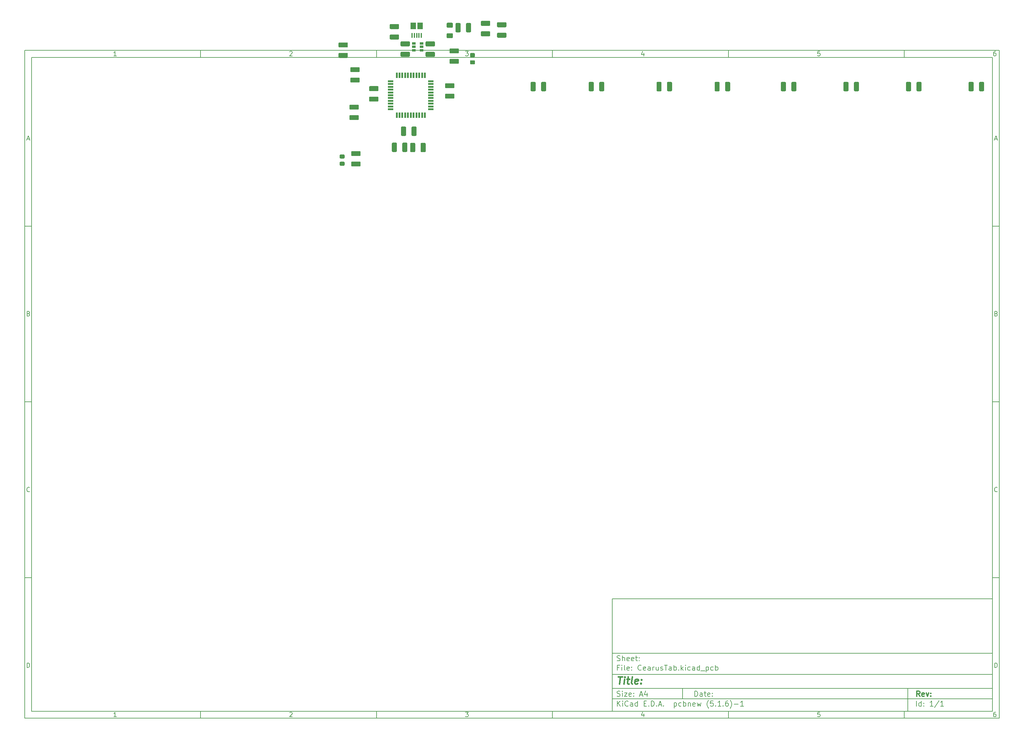
<source format=gbr>
%TF.GenerationSoftware,KiCad,Pcbnew,(5.1.6)-1*%
%TF.CreationDate,2021-02-12T14:30:02+03:00*%
%TF.ProjectId,CearusTab,43656172-7573-4546-9162-2e6b69636164,rev?*%
%TF.SameCoordinates,Original*%
%TF.FileFunction,Paste,Top*%
%TF.FilePolarity,Positive*%
%FSLAX46Y46*%
G04 Gerber Fmt 4.6, Leading zero omitted, Abs format (unit mm)*
G04 Created by KiCad (PCBNEW (5.1.6)-1) date 2021-02-12 14:30:02*
%MOMM*%
%LPD*%
G01*
G04 APERTURE LIST*
%ADD10C,0.100000*%
%ADD11C,0.150000*%
%ADD12C,0.300000*%
%ADD13C,0.400000*%
%ADD14R,1.500000X0.550000*%
%ADD15R,0.550000X1.500000*%
%ADD16R,1.060000X0.650000*%
%ADD17R,1.500000X1.900000*%
%ADD18R,0.400000X1.350000*%
G04 APERTURE END LIST*
D10*
D11*
X177002200Y-166007200D02*
X177002200Y-198007200D01*
X285002200Y-198007200D01*
X285002200Y-166007200D01*
X177002200Y-166007200D01*
D10*
D11*
X10000000Y-10000000D02*
X10000000Y-200007200D01*
X287002200Y-200007200D01*
X287002200Y-10000000D01*
X10000000Y-10000000D01*
D10*
D11*
X12000000Y-12000000D02*
X12000000Y-198007200D01*
X285002200Y-198007200D01*
X285002200Y-12000000D01*
X12000000Y-12000000D01*
D10*
D11*
X60000000Y-12000000D02*
X60000000Y-10000000D01*
D10*
D11*
X110000000Y-12000000D02*
X110000000Y-10000000D01*
D10*
D11*
X160000000Y-12000000D02*
X160000000Y-10000000D01*
D10*
D11*
X210000000Y-12000000D02*
X210000000Y-10000000D01*
D10*
D11*
X260000000Y-12000000D02*
X260000000Y-10000000D01*
D10*
D11*
X36065476Y-11588095D02*
X35322619Y-11588095D01*
X35694047Y-11588095D02*
X35694047Y-10288095D01*
X35570238Y-10473809D01*
X35446428Y-10597619D01*
X35322619Y-10659523D01*
D10*
D11*
X85322619Y-10411904D02*
X85384523Y-10350000D01*
X85508333Y-10288095D01*
X85817857Y-10288095D01*
X85941666Y-10350000D01*
X86003571Y-10411904D01*
X86065476Y-10535714D01*
X86065476Y-10659523D01*
X86003571Y-10845238D01*
X85260714Y-11588095D01*
X86065476Y-11588095D01*
D10*
D11*
X135260714Y-10288095D02*
X136065476Y-10288095D01*
X135632142Y-10783333D01*
X135817857Y-10783333D01*
X135941666Y-10845238D01*
X136003571Y-10907142D01*
X136065476Y-11030952D01*
X136065476Y-11340476D01*
X136003571Y-11464285D01*
X135941666Y-11526190D01*
X135817857Y-11588095D01*
X135446428Y-11588095D01*
X135322619Y-11526190D01*
X135260714Y-11464285D01*
D10*
D11*
X185941666Y-10721428D02*
X185941666Y-11588095D01*
X185632142Y-10226190D02*
X185322619Y-11154761D01*
X186127380Y-11154761D01*
D10*
D11*
X236003571Y-10288095D02*
X235384523Y-10288095D01*
X235322619Y-10907142D01*
X235384523Y-10845238D01*
X235508333Y-10783333D01*
X235817857Y-10783333D01*
X235941666Y-10845238D01*
X236003571Y-10907142D01*
X236065476Y-11030952D01*
X236065476Y-11340476D01*
X236003571Y-11464285D01*
X235941666Y-11526190D01*
X235817857Y-11588095D01*
X235508333Y-11588095D01*
X235384523Y-11526190D01*
X235322619Y-11464285D01*
D10*
D11*
X285941666Y-10288095D02*
X285694047Y-10288095D01*
X285570238Y-10350000D01*
X285508333Y-10411904D01*
X285384523Y-10597619D01*
X285322619Y-10845238D01*
X285322619Y-11340476D01*
X285384523Y-11464285D01*
X285446428Y-11526190D01*
X285570238Y-11588095D01*
X285817857Y-11588095D01*
X285941666Y-11526190D01*
X286003571Y-11464285D01*
X286065476Y-11340476D01*
X286065476Y-11030952D01*
X286003571Y-10907142D01*
X285941666Y-10845238D01*
X285817857Y-10783333D01*
X285570238Y-10783333D01*
X285446428Y-10845238D01*
X285384523Y-10907142D01*
X285322619Y-11030952D01*
D10*
D11*
X60000000Y-198007200D02*
X60000000Y-200007200D01*
D10*
D11*
X110000000Y-198007200D02*
X110000000Y-200007200D01*
D10*
D11*
X160000000Y-198007200D02*
X160000000Y-200007200D01*
D10*
D11*
X210000000Y-198007200D02*
X210000000Y-200007200D01*
D10*
D11*
X260000000Y-198007200D02*
X260000000Y-200007200D01*
D10*
D11*
X36065476Y-199595295D02*
X35322619Y-199595295D01*
X35694047Y-199595295D02*
X35694047Y-198295295D01*
X35570238Y-198481009D01*
X35446428Y-198604819D01*
X35322619Y-198666723D01*
D10*
D11*
X85322619Y-198419104D02*
X85384523Y-198357200D01*
X85508333Y-198295295D01*
X85817857Y-198295295D01*
X85941666Y-198357200D01*
X86003571Y-198419104D01*
X86065476Y-198542914D01*
X86065476Y-198666723D01*
X86003571Y-198852438D01*
X85260714Y-199595295D01*
X86065476Y-199595295D01*
D10*
D11*
X135260714Y-198295295D02*
X136065476Y-198295295D01*
X135632142Y-198790533D01*
X135817857Y-198790533D01*
X135941666Y-198852438D01*
X136003571Y-198914342D01*
X136065476Y-199038152D01*
X136065476Y-199347676D01*
X136003571Y-199471485D01*
X135941666Y-199533390D01*
X135817857Y-199595295D01*
X135446428Y-199595295D01*
X135322619Y-199533390D01*
X135260714Y-199471485D01*
D10*
D11*
X185941666Y-198728628D02*
X185941666Y-199595295D01*
X185632142Y-198233390D02*
X185322619Y-199161961D01*
X186127380Y-199161961D01*
D10*
D11*
X236003571Y-198295295D02*
X235384523Y-198295295D01*
X235322619Y-198914342D01*
X235384523Y-198852438D01*
X235508333Y-198790533D01*
X235817857Y-198790533D01*
X235941666Y-198852438D01*
X236003571Y-198914342D01*
X236065476Y-199038152D01*
X236065476Y-199347676D01*
X236003571Y-199471485D01*
X235941666Y-199533390D01*
X235817857Y-199595295D01*
X235508333Y-199595295D01*
X235384523Y-199533390D01*
X235322619Y-199471485D01*
D10*
D11*
X285941666Y-198295295D02*
X285694047Y-198295295D01*
X285570238Y-198357200D01*
X285508333Y-198419104D01*
X285384523Y-198604819D01*
X285322619Y-198852438D01*
X285322619Y-199347676D01*
X285384523Y-199471485D01*
X285446428Y-199533390D01*
X285570238Y-199595295D01*
X285817857Y-199595295D01*
X285941666Y-199533390D01*
X286003571Y-199471485D01*
X286065476Y-199347676D01*
X286065476Y-199038152D01*
X286003571Y-198914342D01*
X285941666Y-198852438D01*
X285817857Y-198790533D01*
X285570238Y-198790533D01*
X285446428Y-198852438D01*
X285384523Y-198914342D01*
X285322619Y-199038152D01*
D10*
D11*
X10000000Y-60000000D02*
X12000000Y-60000000D01*
D10*
D11*
X10000000Y-110000000D02*
X12000000Y-110000000D01*
D10*
D11*
X10000000Y-160000000D02*
X12000000Y-160000000D01*
D10*
D11*
X10690476Y-35216666D02*
X11309523Y-35216666D01*
X10566666Y-35588095D02*
X11000000Y-34288095D01*
X11433333Y-35588095D01*
D10*
D11*
X11092857Y-84907142D02*
X11278571Y-84969047D01*
X11340476Y-85030952D01*
X11402380Y-85154761D01*
X11402380Y-85340476D01*
X11340476Y-85464285D01*
X11278571Y-85526190D01*
X11154761Y-85588095D01*
X10659523Y-85588095D01*
X10659523Y-84288095D01*
X11092857Y-84288095D01*
X11216666Y-84350000D01*
X11278571Y-84411904D01*
X11340476Y-84535714D01*
X11340476Y-84659523D01*
X11278571Y-84783333D01*
X11216666Y-84845238D01*
X11092857Y-84907142D01*
X10659523Y-84907142D01*
D10*
D11*
X11402380Y-135464285D02*
X11340476Y-135526190D01*
X11154761Y-135588095D01*
X11030952Y-135588095D01*
X10845238Y-135526190D01*
X10721428Y-135402380D01*
X10659523Y-135278571D01*
X10597619Y-135030952D01*
X10597619Y-134845238D01*
X10659523Y-134597619D01*
X10721428Y-134473809D01*
X10845238Y-134350000D01*
X11030952Y-134288095D01*
X11154761Y-134288095D01*
X11340476Y-134350000D01*
X11402380Y-134411904D01*
D10*
D11*
X10659523Y-185588095D02*
X10659523Y-184288095D01*
X10969047Y-184288095D01*
X11154761Y-184350000D01*
X11278571Y-184473809D01*
X11340476Y-184597619D01*
X11402380Y-184845238D01*
X11402380Y-185030952D01*
X11340476Y-185278571D01*
X11278571Y-185402380D01*
X11154761Y-185526190D01*
X10969047Y-185588095D01*
X10659523Y-185588095D01*
D10*
D11*
X287002200Y-60000000D02*
X285002200Y-60000000D01*
D10*
D11*
X287002200Y-110000000D02*
X285002200Y-110000000D01*
D10*
D11*
X287002200Y-160000000D02*
X285002200Y-160000000D01*
D10*
D11*
X285692676Y-35216666D02*
X286311723Y-35216666D01*
X285568866Y-35588095D02*
X286002200Y-34288095D01*
X286435533Y-35588095D01*
D10*
D11*
X286095057Y-84907142D02*
X286280771Y-84969047D01*
X286342676Y-85030952D01*
X286404580Y-85154761D01*
X286404580Y-85340476D01*
X286342676Y-85464285D01*
X286280771Y-85526190D01*
X286156961Y-85588095D01*
X285661723Y-85588095D01*
X285661723Y-84288095D01*
X286095057Y-84288095D01*
X286218866Y-84350000D01*
X286280771Y-84411904D01*
X286342676Y-84535714D01*
X286342676Y-84659523D01*
X286280771Y-84783333D01*
X286218866Y-84845238D01*
X286095057Y-84907142D01*
X285661723Y-84907142D01*
D10*
D11*
X286404580Y-135464285D02*
X286342676Y-135526190D01*
X286156961Y-135588095D01*
X286033152Y-135588095D01*
X285847438Y-135526190D01*
X285723628Y-135402380D01*
X285661723Y-135278571D01*
X285599819Y-135030952D01*
X285599819Y-134845238D01*
X285661723Y-134597619D01*
X285723628Y-134473809D01*
X285847438Y-134350000D01*
X286033152Y-134288095D01*
X286156961Y-134288095D01*
X286342676Y-134350000D01*
X286404580Y-134411904D01*
D10*
D11*
X285661723Y-185588095D02*
X285661723Y-184288095D01*
X285971247Y-184288095D01*
X286156961Y-184350000D01*
X286280771Y-184473809D01*
X286342676Y-184597619D01*
X286404580Y-184845238D01*
X286404580Y-185030952D01*
X286342676Y-185278571D01*
X286280771Y-185402380D01*
X286156961Y-185526190D01*
X285971247Y-185588095D01*
X285661723Y-185588095D01*
D10*
D11*
X200434342Y-193785771D02*
X200434342Y-192285771D01*
X200791485Y-192285771D01*
X201005771Y-192357200D01*
X201148628Y-192500057D01*
X201220057Y-192642914D01*
X201291485Y-192928628D01*
X201291485Y-193142914D01*
X201220057Y-193428628D01*
X201148628Y-193571485D01*
X201005771Y-193714342D01*
X200791485Y-193785771D01*
X200434342Y-193785771D01*
X202577200Y-193785771D02*
X202577200Y-193000057D01*
X202505771Y-192857200D01*
X202362914Y-192785771D01*
X202077200Y-192785771D01*
X201934342Y-192857200D01*
X202577200Y-193714342D02*
X202434342Y-193785771D01*
X202077200Y-193785771D01*
X201934342Y-193714342D01*
X201862914Y-193571485D01*
X201862914Y-193428628D01*
X201934342Y-193285771D01*
X202077200Y-193214342D01*
X202434342Y-193214342D01*
X202577200Y-193142914D01*
X203077200Y-192785771D02*
X203648628Y-192785771D01*
X203291485Y-192285771D02*
X203291485Y-193571485D01*
X203362914Y-193714342D01*
X203505771Y-193785771D01*
X203648628Y-193785771D01*
X204720057Y-193714342D02*
X204577200Y-193785771D01*
X204291485Y-193785771D01*
X204148628Y-193714342D01*
X204077200Y-193571485D01*
X204077200Y-193000057D01*
X204148628Y-192857200D01*
X204291485Y-192785771D01*
X204577200Y-192785771D01*
X204720057Y-192857200D01*
X204791485Y-193000057D01*
X204791485Y-193142914D01*
X204077200Y-193285771D01*
X205434342Y-193642914D02*
X205505771Y-193714342D01*
X205434342Y-193785771D01*
X205362914Y-193714342D01*
X205434342Y-193642914D01*
X205434342Y-193785771D01*
X205434342Y-192857200D02*
X205505771Y-192928628D01*
X205434342Y-193000057D01*
X205362914Y-192928628D01*
X205434342Y-192857200D01*
X205434342Y-193000057D01*
D10*
D11*
X177002200Y-194507200D02*
X285002200Y-194507200D01*
D10*
D11*
X178434342Y-196585771D02*
X178434342Y-195085771D01*
X179291485Y-196585771D02*
X178648628Y-195728628D01*
X179291485Y-195085771D02*
X178434342Y-195942914D01*
X179934342Y-196585771D02*
X179934342Y-195585771D01*
X179934342Y-195085771D02*
X179862914Y-195157200D01*
X179934342Y-195228628D01*
X180005771Y-195157200D01*
X179934342Y-195085771D01*
X179934342Y-195228628D01*
X181505771Y-196442914D02*
X181434342Y-196514342D01*
X181220057Y-196585771D01*
X181077200Y-196585771D01*
X180862914Y-196514342D01*
X180720057Y-196371485D01*
X180648628Y-196228628D01*
X180577200Y-195942914D01*
X180577200Y-195728628D01*
X180648628Y-195442914D01*
X180720057Y-195300057D01*
X180862914Y-195157200D01*
X181077200Y-195085771D01*
X181220057Y-195085771D01*
X181434342Y-195157200D01*
X181505771Y-195228628D01*
X182791485Y-196585771D02*
X182791485Y-195800057D01*
X182720057Y-195657200D01*
X182577200Y-195585771D01*
X182291485Y-195585771D01*
X182148628Y-195657200D01*
X182791485Y-196514342D02*
X182648628Y-196585771D01*
X182291485Y-196585771D01*
X182148628Y-196514342D01*
X182077200Y-196371485D01*
X182077200Y-196228628D01*
X182148628Y-196085771D01*
X182291485Y-196014342D01*
X182648628Y-196014342D01*
X182791485Y-195942914D01*
X184148628Y-196585771D02*
X184148628Y-195085771D01*
X184148628Y-196514342D02*
X184005771Y-196585771D01*
X183720057Y-196585771D01*
X183577200Y-196514342D01*
X183505771Y-196442914D01*
X183434342Y-196300057D01*
X183434342Y-195871485D01*
X183505771Y-195728628D01*
X183577200Y-195657200D01*
X183720057Y-195585771D01*
X184005771Y-195585771D01*
X184148628Y-195657200D01*
X186005771Y-195800057D02*
X186505771Y-195800057D01*
X186720057Y-196585771D02*
X186005771Y-196585771D01*
X186005771Y-195085771D01*
X186720057Y-195085771D01*
X187362914Y-196442914D02*
X187434342Y-196514342D01*
X187362914Y-196585771D01*
X187291485Y-196514342D01*
X187362914Y-196442914D01*
X187362914Y-196585771D01*
X188077200Y-196585771D02*
X188077200Y-195085771D01*
X188434342Y-195085771D01*
X188648628Y-195157200D01*
X188791485Y-195300057D01*
X188862914Y-195442914D01*
X188934342Y-195728628D01*
X188934342Y-195942914D01*
X188862914Y-196228628D01*
X188791485Y-196371485D01*
X188648628Y-196514342D01*
X188434342Y-196585771D01*
X188077200Y-196585771D01*
X189577200Y-196442914D02*
X189648628Y-196514342D01*
X189577200Y-196585771D01*
X189505771Y-196514342D01*
X189577200Y-196442914D01*
X189577200Y-196585771D01*
X190220057Y-196157200D02*
X190934342Y-196157200D01*
X190077200Y-196585771D02*
X190577200Y-195085771D01*
X191077200Y-196585771D01*
X191577200Y-196442914D02*
X191648628Y-196514342D01*
X191577200Y-196585771D01*
X191505771Y-196514342D01*
X191577200Y-196442914D01*
X191577200Y-196585771D01*
X194577200Y-195585771D02*
X194577200Y-197085771D01*
X194577200Y-195657200D02*
X194720057Y-195585771D01*
X195005771Y-195585771D01*
X195148628Y-195657200D01*
X195220057Y-195728628D01*
X195291485Y-195871485D01*
X195291485Y-196300057D01*
X195220057Y-196442914D01*
X195148628Y-196514342D01*
X195005771Y-196585771D01*
X194720057Y-196585771D01*
X194577200Y-196514342D01*
X196577200Y-196514342D02*
X196434342Y-196585771D01*
X196148628Y-196585771D01*
X196005771Y-196514342D01*
X195934342Y-196442914D01*
X195862914Y-196300057D01*
X195862914Y-195871485D01*
X195934342Y-195728628D01*
X196005771Y-195657200D01*
X196148628Y-195585771D01*
X196434342Y-195585771D01*
X196577200Y-195657200D01*
X197220057Y-196585771D02*
X197220057Y-195085771D01*
X197220057Y-195657200D02*
X197362914Y-195585771D01*
X197648628Y-195585771D01*
X197791485Y-195657200D01*
X197862914Y-195728628D01*
X197934342Y-195871485D01*
X197934342Y-196300057D01*
X197862914Y-196442914D01*
X197791485Y-196514342D01*
X197648628Y-196585771D01*
X197362914Y-196585771D01*
X197220057Y-196514342D01*
X198577200Y-195585771D02*
X198577200Y-196585771D01*
X198577200Y-195728628D02*
X198648628Y-195657200D01*
X198791485Y-195585771D01*
X199005771Y-195585771D01*
X199148628Y-195657200D01*
X199220057Y-195800057D01*
X199220057Y-196585771D01*
X200505771Y-196514342D02*
X200362914Y-196585771D01*
X200077200Y-196585771D01*
X199934342Y-196514342D01*
X199862914Y-196371485D01*
X199862914Y-195800057D01*
X199934342Y-195657200D01*
X200077200Y-195585771D01*
X200362914Y-195585771D01*
X200505771Y-195657200D01*
X200577200Y-195800057D01*
X200577200Y-195942914D01*
X199862914Y-196085771D01*
X201077200Y-195585771D02*
X201362914Y-196585771D01*
X201648628Y-195871485D01*
X201934342Y-196585771D01*
X202220057Y-195585771D01*
X204362914Y-197157200D02*
X204291485Y-197085771D01*
X204148628Y-196871485D01*
X204077200Y-196728628D01*
X204005771Y-196514342D01*
X203934342Y-196157200D01*
X203934342Y-195871485D01*
X204005771Y-195514342D01*
X204077200Y-195300057D01*
X204148628Y-195157200D01*
X204291485Y-194942914D01*
X204362914Y-194871485D01*
X205648628Y-195085771D02*
X204934342Y-195085771D01*
X204862914Y-195800057D01*
X204934342Y-195728628D01*
X205077200Y-195657200D01*
X205434342Y-195657200D01*
X205577200Y-195728628D01*
X205648628Y-195800057D01*
X205720057Y-195942914D01*
X205720057Y-196300057D01*
X205648628Y-196442914D01*
X205577200Y-196514342D01*
X205434342Y-196585771D01*
X205077200Y-196585771D01*
X204934342Y-196514342D01*
X204862914Y-196442914D01*
X206362914Y-196442914D02*
X206434342Y-196514342D01*
X206362914Y-196585771D01*
X206291485Y-196514342D01*
X206362914Y-196442914D01*
X206362914Y-196585771D01*
X207862914Y-196585771D02*
X207005771Y-196585771D01*
X207434342Y-196585771D02*
X207434342Y-195085771D01*
X207291485Y-195300057D01*
X207148628Y-195442914D01*
X207005771Y-195514342D01*
X208505771Y-196442914D02*
X208577200Y-196514342D01*
X208505771Y-196585771D01*
X208434342Y-196514342D01*
X208505771Y-196442914D01*
X208505771Y-196585771D01*
X209862914Y-195085771D02*
X209577200Y-195085771D01*
X209434342Y-195157200D01*
X209362914Y-195228628D01*
X209220057Y-195442914D01*
X209148628Y-195728628D01*
X209148628Y-196300057D01*
X209220057Y-196442914D01*
X209291485Y-196514342D01*
X209434342Y-196585771D01*
X209720057Y-196585771D01*
X209862914Y-196514342D01*
X209934342Y-196442914D01*
X210005771Y-196300057D01*
X210005771Y-195942914D01*
X209934342Y-195800057D01*
X209862914Y-195728628D01*
X209720057Y-195657200D01*
X209434342Y-195657200D01*
X209291485Y-195728628D01*
X209220057Y-195800057D01*
X209148628Y-195942914D01*
X210505771Y-197157200D02*
X210577200Y-197085771D01*
X210720057Y-196871485D01*
X210791485Y-196728628D01*
X210862914Y-196514342D01*
X210934342Y-196157200D01*
X210934342Y-195871485D01*
X210862914Y-195514342D01*
X210791485Y-195300057D01*
X210720057Y-195157200D01*
X210577200Y-194942914D01*
X210505771Y-194871485D01*
X211648628Y-196014342D02*
X212791485Y-196014342D01*
X214291485Y-196585771D02*
X213434342Y-196585771D01*
X213862914Y-196585771D02*
X213862914Y-195085771D01*
X213720057Y-195300057D01*
X213577200Y-195442914D01*
X213434342Y-195514342D01*
D10*
D11*
X177002200Y-191507200D02*
X285002200Y-191507200D01*
D10*
D12*
X264411485Y-193785771D02*
X263911485Y-193071485D01*
X263554342Y-193785771D02*
X263554342Y-192285771D01*
X264125771Y-192285771D01*
X264268628Y-192357200D01*
X264340057Y-192428628D01*
X264411485Y-192571485D01*
X264411485Y-192785771D01*
X264340057Y-192928628D01*
X264268628Y-193000057D01*
X264125771Y-193071485D01*
X263554342Y-193071485D01*
X265625771Y-193714342D02*
X265482914Y-193785771D01*
X265197200Y-193785771D01*
X265054342Y-193714342D01*
X264982914Y-193571485D01*
X264982914Y-193000057D01*
X265054342Y-192857200D01*
X265197200Y-192785771D01*
X265482914Y-192785771D01*
X265625771Y-192857200D01*
X265697200Y-193000057D01*
X265697200Y-193142914D01*
X264982914Y-193285771D01*
X266197200Y-192785771D02*
X266554342Y-193785771D01*
X266911485Y-192785771D01*
X267482914Y-193642914D02*
X267554342Y-193714342D01*
X267482914Y-193785771D01*
X267411485Y-193714342D01*
X267482914Y-193642914D01*
X267482914Y-193785771D01*
X267482914Y-192857200D02*
X267554342Y-192928628D01*
X267482914Y-193000057D01*
X267411485Y-192928628D01*
X267482914Y-192857200D01*
X267482914Y-193000057D01*
D10*
D11*
X178362914Y-193714342D02*
X178577200Y-193785771D01*
X178934342Y-193785771D01*
X179077200Y-193714342D01*
X179148628Y-193642914D01*
X179220057Y-193500057D01*
X179220057Y-193357200D01*
X179148628Y-193214342D01*
X179077200Y-193142914D01*
X178934342Y-193071485D01*
X178648628Y-193000057D01*
X178505771Y-192928628D01*
X178434342Y-192857200D01*
X178362914Y-192714342D01*
X178362914Y-192571485D01*
X178434342Y-192428628D01*
X178505771Y-192357200D01*
X178648628Y-192285771D01*
X179005771Y-192285771D01*
X179220057Y-192357200D01*
X179862914Y-193785771D02*
X179862914Y-192785771D01*
X179862914Y-192285771D02*
X179791485Y-192357200D01*
X179862914Y-192428628D01*
X179934342Y-192357200D01*
X179862914Y-192285771D01*
X179862914Y-192428628D01*
X180434342Y-192785771D02*
X181220057Y-192785771D01*
X180434342Y-193785771D01*
X181220057Y-193785771D01*
X182362914Y-193714342D02*
X182220057Y-193785771D01*
X181934342Y-193785771D01*
X181791485Y-193714342D01*
X181720057Y-193571485D01*
X181720057Y-193000057D01*
X181791485Y-192857200D01*
X181934342Y-192785771D01*
X182220057Y-192785771D01*
X182362914Y-192857200D01*
X182434342Y-193000057D01*
X182434342Y-193142914D01*
X181720057Y-193285771D01*
X183077200Y-193642914D02*
X183148628Y-193714342D01*
X183077200Y-193785771D01*
X183005771Y-193714342D01*
X183077200Y-193642914D01*
X183077200Y-193785771D01*
X183077200Y-192857200D02*
X183148628Y-192928628D01*
X183077200Y-193000057D01*
X183005771Y-192928628D01*
X183077200Y-192857200D01*
X183077200Y-193000057D01*
X184862914Y-193357200D02*
X185577200Y-193357200D01*
X184720057Y-193785771D02*
X185220057Y-192285771D01*
X185720057Y-193785771D01*
X186862914Y-192785771D02*
X186862914Y-193785771D01*
X186505771Y-192214342D02*
X186148628Y-193285771D01*
X187077200Y-193285771D01*
D10*
D11*
X263434342Y-196585771D02*
X263434342Y-195085771D01*
X264791485Y-196585771D02*
X264791485Y-195085771D01*
X264791485Y-196514342D02*
X264648628Y-196585771D01*
X264362914Y-196585771D01*
X264220057Y-196514342D01*
X264148628Y-196442914D01*
X264077200Y-196300057D01*
X264077200Y-195871485D01*
X264148628Y-195728628D01*
X264220057Y-195657200D01*
X264362914Y-195585771D01*
X264648628Y-195585771D01*
X264791485Y-195657200D01*
X265505771Y-196442914D02*
X265577200Y-196514342D01*
X265505771Y-196585771D01*
X265434342Y-196514342D01*
X265505771Y-196442914D01*
X265505771Y-196585771D01*
X265505771Y-195657200D02*
X265577200Y-195728628D01*
X265505771Y-195800057D01*
X265434342Y-195728628D01*
X265505771Y-195657200D01*
X265505771Y-195800057D01*
X268148628Y-196585771D02*
X267291485Y-196585771D01*
X267720057Y-196585771D02*
X267720057Y-195085771D01*
X267577200Y-195300057D01*
X267434342Y-195442914D01*
X267291485Y-195514342D01*
X269862914Y-195014342D02*
X268577200Y-196942914D01*
X271148628Y-196585771D02*
X270291485Y-196585771D01*
X270720057Y-196585771D02*
X270720057Y-195085771D01*
X270577200Y-195300057D01*
X270434342Y-195442914D01*
X270291485Y-195514342D01*
D10*
D11*
X177002200Y-187507200D02*
X285002200Y-187507200D01*
D10*
D13*
X178714580Y-188211961D02*
X179857438Y-188211961D01*
X179036009Y-190211961D02*
X179286009Y-188211961D01*
X180274104Y-190211961D02*
X180440771Y-188878628D01*
X180524104Y-188211961D02*
X180416961Y-188307200D01*
X180500295Y-188402438D01*
X180607438Y-188307200D01*
X180524104Y-188211961D01*
X180500295Y-188402438D01*
X181107438Y-188878628D02*
X181869342Y-188878628D01*
X181476485Y-188211961D02*
X181262200Y-189926247D01*
X181333628Y-190116723D01*
X181512200Y-190211961D01*
X181702676Y-190211961D01*
X182655057Y-190211961D02*
X182476485Y-190116723D01*
X182405057Y-189926247D01*
X182619342Y-188211961D01*
X184190771Y-190116723D02*
X183988390Y-190211961D01*
X183607438Y-190211961D01*
X183428866Y-190116723D01*
X183357438Y-189926247D01*
X183452676Y-189164342D01*
X183571723Y-188973866D01*
X183774104Y-188878628D01*
X184155057Y-188878628D01*
X184333628Y-188973866D01*
X184405057Y-189164342D01*
X184381247Y-189354819D01*
X183405057Y-189545295D01*
X185155057Y-190021485D02*
X185238390Y-190116723D01*
X185131247Y-190211961D01*
X185047914Y-190116723D01*
X185155057Y-190021485D01*
X185131247Y-190211961D01*
X185286009Y-188973866D02*
X185369342Y-189069104D01*
X185262200Y-189164342D01*
X185178866Y-189069104D01*
X185286009Y-188973866D01*
X185262200Y-189164342D01*
D10*
D11*
X178934342Y-185600057D02*
X178434342Y-185600057D01*
X178434342Y-186385771D02*
X178434342Y-184885771D01*
X179148628Y-184885771D01*
X179720057Y-186385771D02*
X179720057Y-185385771D01*
X179720057Y-184885771D02*
X179648628Y-184957200D01*
X179720057Y-185028628D01*
X179791485Y-184957200D01*
X179720057Y-184885771D01*
X179720057Y-185028628D01*
X180648628Y-186385771D02*
X180505771Y-186314342D01*
X180434342Y-186171485D01*
X180434342Y-184885771D01*
X181791485Y-186314342D02*
X181648628Y-186385771D01*
X181362914Y-186385771D01*
X181220057Y-186314342D01*
X181148628Y-186171485D01*
X181148628Y-185600057D01*
X181220057Y-185457200D01*
X181362914Y-185385771D01*
X181648628Y-185385771D01*
X181791485Y-185457200D01*
X181862914Y-185600057D01*
X181862914Y-185742914D01*
X181148628Y-185885771D01*
X182505771Y-186242914D02*
X182577200Y-186314342D01*
X182505771Y-186385771D01*
X182434342Y-186314342D01*
X182505771Y-186242914D01*
X182505771Y-186385771D01*
X182505771Y-185457200D02*
X182577200Y-185528628D01*
X182505771Y-185600057D01*
X182434342Y-185528628D01*
X182505771Y-185457200D01*
X182505771Y-185600057D01*
X185220057Y-186242914D02*
X185148628Y-186314342D01*
X184934342Y-186385771D01*
X184791485Y-186385771D01*
X184577200Y-186314342D01*
X184434342Y-186171485D01*
X184362914Y-186028628D01*
X184291485Y-185742914D01*
X184291485Y-185528628D01*
X184362914Y-185242914D01*
X184434342Y-185100057D01*
X184577200Y-184957200D01*
X184791485Y-184885771D01*
X184934342Y-184885771D01*
X185148628Y-184957200D01*
X185220057Y-185028628D01*
X186434342Y-186314342D02*
X186291485Y-186385771D01*
X186005771Y-186385771D01*
X185862914Y-186314342D01*
X185791485Y-186171485D01*
X185791485Y-185600057D01*
X185862914Y-185457200D01*
X186005771Y-185385771D01*
X186291485Y-185385771D01*
X186434342Y-185457200D01*
X186505771Y-185600057D01*
X186505771Y-185742914D01*
X185791485Y-185885771D01*
X187791485Y-186385771D02*
X187791485Y-185600057D01*
X187720057Y-185457200D01*
X187577200Y-185385771D01*
X187291485Y-185385771D01*
X187148628Y-185457200D01*
X187791485Y-186314342D02*
X187648628Y-186385771D01*
X187291485Y-186385771D01*
X187148628Y-186314342D01*
X187077200Y-186171485D01*
X187077200Y-186028628D01*
X187148628Y-185885771D01*
X187291485Y-185814342D01*
X187648628Y-185814342D01*
X187791485Y-185742914D01*
X188505771Y-186385771D02*
X188505771Y-185385771D01*
X188505771Y-185671485D02*
X188577200Y-185528628D01*
X188648628Y-185457200D01*
X188791485Y-185385771D01*
X188934342Y-185385771D01*
X190077200Y-185385771D02*
X190077200Y-186385771D01*
X189434342Y-185385771D02*
X189434342Y-186171485D01*
X189505771Y-186314342D01*
X189648628Y-186385771D01*
X189862914Y-186385771D01*
X190005771Y-186314342D01*
X190077200Y-186242914D01*
X190720057Y-186314342D02*
X190862914Y-186385771D01*
X191148628Y-186385771D01*
X191291485Y-186314342D01*
X191362914Y-186171485D01*
X191362914Y-186100057D01*
X191291485Y-185957200D01*
X191148628Y-185885771D01*
X190934342Y-185885771D01*
X190791485Y-185814342D01*
X190720057Y-185671485D01*
X190720057Y-185600057D01*
X190791485Y-185457200D01*
X190934342Y-185385771D01*
X191148628Y-185385771D01*
X191291485Y-185457200D01*
X191791485Y-184885771D02*
X192648628Y-184885771D01*
X192220057Y-186385771D02*
X192220057Y-184885771D01*
X193791485Y-186385771D02*
X193791485Y-185600057D01*
X193720057Y-185457200D01*
X193577200Y-185385771D01*
X193291485Y-185385771D01*
X193148628Y-185457200D01*
X193791485Y-186314342D02*
X193648628Y-186385771D01*
X193291485Y-186385771D01*
X193148628Y-186314342D01*
X193077200Y-186171485D01*
X193077200Y-186028628D01*
X193148628Y-185885771D01*
X193291485Y-185814342D01*
X193648628Y-185814342D01*
X193791485Y-185742914D01*
X194505771Y-186385771D02*
X194505771Y-184885771D01*
X194505771Y-185457200D02*
X194648628Y-185385771D01*
X194934342Y-185385771D01*
X195077200Y-185457200D01*
X195148628Y-185528628D01*
X195220057Y-185671485D01*
X195220057Y-186100057D01*
X195148628Y-186242914D01*
X195077200Y-186314342D01*
X194934342Y-186385771D01*
X194648628Y-186385771D01*
X194505771Y-186314342D01*
X195862914Y-186242914D02*
X195934342Y-186314342D01*
X195862914Y-186385771D01*
X195791485Y-186314342D01*
X195862914Y-186242914D01*
X195862914Y-186385771D01*
X196577200Y-186385771D02*
X196577200Y-184885771D01*
X196720057Y-185814342D02*
X197148628Y-186385771D01*
X197148628Y-185385771D02*
X196577200Y-185957200D01*
X197791485Y-186385771D02*
X197791485Y-185385771D01*
X197791485Y-184885771D02*
X197720057Y-184957200D01*
X197791485Y-185028628D01*
X197862914Y-184957200D01*
X197791485Y-184885771D01*
X197791485Y-185028628D01*
X199148628Y-186314342D02*
X199005771Y-186385771D01*
X198720057Y-186385771D01*
X198577200Y-186314342D01*
X198505771Y-186242914D01*
X198434342Y-186100057D01*
X198434342Y-185671485D01*
X198505771Y-185528628D01*
X198577200Y-185457200D01*
X198720057Y-185385771D01*
X199005771Y-185385771D01*
X199148628Y-185457200D01*
X200434342Y-186385771D02*
X200434342Y-185600057D01*
X200362914Y-185457200D01*
X200220057Y-185385771D01*
X199934342Y-185385771D01*
X199791485Y-185457200D01*
X200434342Y-186314342D02*
X200291485Y-186385771D01*
X199934342Y-186385771D01*
X199791485Y-186314342D01*
X199720057Y-186171485D01*
X199720057Y-186028628D01*
X199791485Y-185885771D01*
X199934342Y-185814342D01*
X200291485Y-185814342D01*
X200434342Y-185742914D01*
X201791485Y-186385771D02*
X201791485Y-184885771D01*
X201791485Y-186314342D02*
X201648628Y-186385771D01*
X201362914Y-186385771D01*
X201220057Y-186314342D01*
X201148628Y-186242914D01*
X201077200Y-186100057D01*
X201077200Y-185671485D01*
X201148628Y-185528628D01*
X201220057Y-185457200D01*
X201362914Y-185385771D01*
X201648628Y-185385771D01*
X201791485Y-185457200D01*
X202148628Y-186528628D02*
X203291485Y-186528628D01*
X203648628Y-185385771D02*
X203648628Y-186885771D01*
X203648628Y-185457200D02*
X203791485Y-185385771D01*
X204077200Y-185385771D01*
X204220057Y-185457200D01*
X204291485Y-185528628D01*
X204362914Y-185671485D01*
X204362914Y-186100057D01*
X204291485Y-186242914D01*
X204220057Y-186314342D01*
X204077200Y-186385771D01*
X203791485Y-186385771D01*
X203648628Y-186314342D01*
X205648628Y-186314342D02*
X205505771Y-186385771D01*
X205220057Y-186385771D01*
X205077200Y-186314342D01*
X205005771Y-186242914D01*
X204934342Y-186100057D01*
X204934342Y-185671485D01*
X205005771Y-185528628D01*
X205077200Y-185457200D01*
X205220057Y-185385771D01*
X205505771Y-185385771D01*
X205648628Y-185457200D01*
X206291485Y-186385771D02*
X206291485Y-184885771D01*
X206291485Y-185457200D02*
X206434342Y-185385771D01*
X206720057Y-185385771D01*
X206862914Y-185457200D01*
X206934342Y-185528628D01*
X207005771Y-185671485D01*
X207005771Y-186100057D01*
X206934342Y-186242914D01*
X206862914Y-186314342D01*
X206720057Y-186385771D01*
X206434342Y-186385771D01*
X206291485Y-186314342D01*
D10*
D11*
X177002200Y-181507200D02*
X285002200Y-181507200D01*
D10*
D11*
X178362914Y-183614342D02*
X178577200Y-183685771D01*
X178934342Y-183685771D01*
X179077200Y-183614342D01*
X179148628Y-183542914D01*
X179220057Y-183400057D01*
X179220057Y-183257200D01*
X179148628Y-183114342D01*
X179077200Y-183042914D01*
X178934342Y-182971485D01*
X178648628Y-182900057D01*
X178505771Y-182828628D01*
X178434342Y-182757200D01*
X178362914Y-182614342D01*
X178362914Y-182471485D01*
X178434342Y-182328628D01*
X178505771Y-182257200D01*
X178648628Y-182185771D01*
X179005771Y-182185771D01*
X179220057Y-182257200D01*
X179862914Y-183685771D02*
X179862914Y-182185771D01*
X180505771Y-183685771D02*
X180505771Y-182900057D01*
X180434342Y-182757200D01*
X180291485Y-182685771D01*
X180077200Y-182685771D01*
X179934342Y-182757200D01*
X179862914Y-182828628D01*
X181791485Y-183614342D02*
X181648628Y-183685771D01*
X181362914Y-183685771D01*
X181220057Y-183614342D01*
X181148628Y-183471485D01*
X181148628Y-182900057D01*
X181220057Y-182757200D01*
X181362914Y-182685771D01*
X181648628Y-182685771D01*
X181791485Y-182757200D01*
X181862914Y-182900057D01*
X181862914Y-183042914D01*
X181148628Y-183185771D01*
X183077200Y-183614342D02*
X182934342Y-183685771D01*
X182648628Y-183685771D01*
X182505771Y-183614342D01*
X182434342Y-183471485D01*
X182434342Y-182900057D01*
X182505771Y-182757200D01*
X182648628Y-182685771D01*
X182934342Y-182685771D01*
X183077200Y-182757200D01*
X183148628Y-182900057D01*
X183148628Y-183042914D01*
X182434342Y-183185771D01*
X183577200Y-182685771D02*
X184148628Y-182685771D01*
X183791485Y-182185771D02*
X183791485Y-183471485D01*
X183862914Y-183614342D01*
X184005771Y-183685771D01*
X184148628Y-183685771D01*
X184648628Y-183542914D02*
X184720057Y-183614342D01*
X184648628Y-183685771D01*
X184577200Y-183614342D01*
X184648628Y-183542914D01*
X184648628Y-183685771D01*
X184648628Y-182757200D02*
X184720057Y-182828628D01*
X184648628Y-182900057D01*
X184577200Y-182828628D01*
X184648628Y-182757200D01*
X184648628Y-182900057D01*
D10*
D11*
X197002200Y-191507200D02*
X197002200Y-194507200D01*
D10*
D11*
X261002200Y-191507200D02*
X261002200Y-198007200D01*
%TO.C,Yellow1*%
G36*
G01*
X100675001Y-40785000D02*
X99774999Y-40785000D01*
G75*
G02*
X99525000Y-40535001I0J249999D01*
G01*
X99525000Y-39884999D01*
G75*
G02*
X99774999Y-39635000I249999J0D01*
G01*
X100675001Y-39635000D01*
G75*
G02*
X100925000Y-39884999I0J-249999D01*
G01*
X100925000Y-40535001D01*
G75*
G02*
X100675001Y-40785000I-249999J0D01*
G01*
G37*
G36*
G01*
X100675001Y-42835000D02*
X99774999Y-42835000D01*
G75*
G02*
X99525000Y-42585001I0J249999D01*
G01*
X99525000Y-41934999D01*
G75*
G02*
X99774999Y-41685000I249999J0D01*
G01*
X100675001Y-41685000D01*
G75*
G02*
X100925000Y-41934999I0J-249999D01*
G01*
X100925000Y-42585001D01*
G75*
G02*
X100675001Y-42835000I-249999J0D01*
G01*
G37*
%TD*%
D14*
%TO.C,U2*%
X125432000Y-18778000D03*
X125432000Y-19578000D03*
X125432000Y-20378000D03*
X125432000Y-21178000D03*
X125432000Y-21978000D03*
X125432000Y-22778000D03*
X125432000Y-23578000D03*
X125432000Y-24378000D03*
X125432000Y-25178000D03*
X125432000Y-25978000D03*
X125432000Y-26778000D03*
D15*
X123732000Y-28478000D03*
X122932000Y-28478000D03*
X122132000Y-28478000D03*
X121332000Y-28478000D03*
X120532000Y-28478000D03*
X119732000Y-28478000D03*
X118932000Y-28478000D03*
X118132000Y-28478000D03*
X117332000Y-28478000D03*
X116532000Y-28478000D03*
X115732000Y-28478000D03*
D14*
X114032000Y-26778000D03*
X114032000Y-25978000D03*
X114032000Y-25178000D03*
X114032000Y-24378000D03*
X114032000Y-23578000D03*
X114032000Y-22778000D03*
X114032000Y-21978000D03*
X114032000Y-21178000D03*
X114032000Y-20378000D03*
X114032000Y-19578000D03*
X114032000Y-18778000D03*
D15*
X115732000Y-17078000D03*
X116532000Y-17078000D03*
X117332000Y-17078000D03*
X118132000Y-17078000D03*
X118932000Y-17078000D03*
X119732000Y-17078000D03*
X120532000Y-17078000D03*
X121332000Y-17078000D03*
X122132000Y-17078000D03*
X122932000Y-17078000D03*
X123732000Y-17078000D03*
%TD*%
D16*
%TO.C,U1*%
X122799200Y-9014500D03*
X122799200Y-8064500D03*
X122799200Y-9964500D03*
X120599200Y-9964500D03*
X120599200Y-9014500D03*
X120599200Y-8064500D03*
%TD*%
%TO.C,reset1*%
G36*
G01*
X120979000Y-36583000D02*
X120979000Y-38733000D01*
G75*
G02*
X120729000Y-38983000I-250000J0D01*
G01*
X119804000Y-38983000D01*
G75*
G02*
X119554000Y-38733000I0J250000D01*
G01*
X119554000Y-36583000D01*
G75*
G02*
X119804000Y-36333000I250000J0D01*
G01*
X120729000Y-36333000D01*
G75*
G02*
X120979000Y-36583000I0J-250000D01*
G01*
G37*
G36*
G01*
X123954000Y-36583000D02*
X123954000Y-38733000D01*
G75*
G02*
X123704000Y-38983000I-250000J0D01*
G01*
X122779000Y-38983000D01*
G75*
G02*
X122529000Y-38733000I0J250000D01*
G01*
X122529000Y-36583000D01*
G75*
G02*
X122779000Y-36333000I250000J0D01*
G01*
X123704000Y-36333000D01*
G75*
G02*
X123954000Y-36583000I0J-250000D01*
G01*
G37*
%TD*%
%TO.C,R16*%
G36*
G01*
X281227500Y-21395000D02*
X281227500Y-19245000D01*
G75*
G02*
X281477500Y-18995000I250000J0D01*
G01*
X282402500Y-18995000D01*
G75*
G02*
X282652500Y-19245000I0J-250000D01*
G01*
X282652500Y-21395000D01*
G75*
G02*
X282402500Y-21645000I-250000J0D01*
G01*
X281477500Y-21645000D01*
G75*
G02*
X281227500Y-21395000I0J250000D01*
G01*
G37*
G36*
G01*
X278252500Y-21395000D02*
X278252500Y-19245000D01*
G75*
G02*
X278502500Y-18995000I250000J0D01*
G01*
X279427500Y-18995000D01*
G75*
G02*
X279677500Y-19245000I0J-250000D01*
G01*
X279677500Y-21395000D01*
G75*
G02*
X279427500Y-21645000I-250000J0D01*
G01*
X278502500Y-21645000D01*
G75*
G02*
X278252500Y-21395000I0J250000D01*
G01*
G37*
%TD*%
%TO.C,R15*%
G36*
G01*
X263447500Y-21395000D02*
X263447500Y-19245000D01*
G75*
G02*
X263697500Y-18995000I250000J0D01*
G01*
X264622500Y-18995000D01*
G75*
G02*
X264872500Y-19245000I0J-250000D01*
G01*
X264872500Y-21395000D01*
G75*
G02*
X264622500Y-21645000I-250000J0D01*
G01*
X263697500Y-21645000D01*
G75*
G02*
X263447500Y-21395000I0J250000D01*
G01*
G37*
G36*
G01*
X260472500Y-21395000D02*
X260472500Y-19245000D01*
G75*
G02*
X260722500Y-18995000I250000J0D01*
G01*
X261647500Y-18995000D01*
G75*
G02*
X261897500Y-19245000I0J-250000D01*
G01*
X261897500Y-21395000D01*
G75*
G02*
X261647500Y-21645000I-250000J0D01*
G01*
X260722500Y-21645000D01*
G75*
G02*
X260472500Y-21395000I0J250000D01*
G01*
G37*
%TD*%
%TO.C,R14*%
G36*
G01*
X245667500Y-21395000D02*
X245667500Y-19245000D01*
G75*
G02*
X245917500Y-18995000I250000J0D01*
G01*
X246842500Y-18995000D01*
G75*
G02*
X247092500Y-19245000I0J-250000D01*
G01*
X247092500Y-21395000D01*
G75*
G02*
X246842500Y-21645000I-250000J0D01*
G01*
X245917500Y-21645000D01*
G75*
G02*
X245667500Y-21395000I0J250000D01*
G01*
G37*
G36*
G01*
X242692500Y-21395000D02*
X242692500Y-19245000D01*
G75*
G02*
X242942500Y-18995000I250000J0D01*
G01*
X243867500Y-18995000D01*
G75*
G02*
X244117500Y-19245000I0J-250000D01*
G01*
X244117500Y-21395000D01*
G75*
G02*
X243867500Y-21645000I-250000J0D01*
G01*
X242942500Y-21645000D01*
G75*
G02*
X242692500Y-21395000I0J250000D01*
G01*
G37*
%TD*%
%TO.C,R13*%
G36*
G01*
X227887500Y-21395000D02*
X227887500Y-19245000D01*
G75*
G02*
X228137500Y-18995000I250000J0D01*
G01*
X229062500Y-18995000D01*
G75*
G02*
X229312500Y-19245000I0J-250000D01*
G01*
X229312500Y-21395000D01*
G75*
G02*
X229062500Y-21645000I-250000J0D01*
G01*
X228137500Y-21645000D01*
G75*
G02*
X227887500Y-21395000I0J250000D01*
G01*
G37*
G36*
G01*
X224912500Y-21395000D02*
X224912500Y-19245000D01*
G75*
G02*
X225162500Y-18995000I250000J0D01*
G01*
X226087500Y-18995000D01*
G75*
G02*
X226337500Y-19245000I0J-250000D01*
G01*
X226337500Y-21395000D01*
G75*
G02*
X226087500Y-21645000I-250000J0D01*
G01*
X225162500Y-21645000D01*
G75*
G02*
X224912500Y-21395000I0J250000D01*
G01*
G37*
%TD*%
%TO.C,R12*%
G36*
G01*
X209055000Y-21395000D02*
X209055000Y-19245000D01*
G75*
G02*
X209305000Y-18995000I250000J0D01*
G01*
X210230000Y-18995000D01*
G75*
G02*
X210480000Y-19245000I0J-250000D01*
G01*
X210480000Y-21395000D01*
G75*
G02*
X210230000Y-21645000I-250000J0D01*
G01*
X209305000Y-21645000D01*
G75*
G02*
X209055000Y-21395000I0J250000D01*
G01*
G37*
G36*
G01*
X206080000Y-21395000D02*
X206080000Y-19245000D01*
G75*
G02*
X206330000Y-18995000I250000J0D01*
G01*
X207255000Y-18995000D01*
G75*
G02*
X207505000Y-19245000I0J-250000D01*
G01*
X207505000Y-21395000D01*
G75*
G02*
X207255000Y-21645000I-250000J0D01*
G01*
X206330000Y-21645000D01*
G75*
G02*
X206080000Y-21395000I0J250000D01*
G01*
G37*
%TD*%
%TO.C,R11*%
G36*
G01*
X192545000Y-21395000D02*
X192545000Y-19245000D01*
G75*
G02*
X192795000Y-18995000I250000J0D01*
G01*
X193720000Y-18995000D01*
G75*
G02*
X193970000Y-19245000I0J-250000D01*
G01*
X193970000Y-21395000D01*
G75*
G02*
X193720000Y-21645000I-250000J0D01*
G01*
X192795000Y-21645000D01*
G75*
G02*
X192545000Y-21395000I0J250000D01*
G01*
G37*
G36*
G01*
X189570000Y-21395000D02*
X189570000Y-19245000D01*
G75*
G02*
X189820000Y-18995000I250000J0D01*
G01*
X190745000Y-18995000D01*
G75*
G02*
X190995000Y-19245000I0J-250000D01*
G01*
X190995000Y-21395000D01*
G75*
G02*
X190745000Y-21645000I-250000J0D01*
G01*
X189820000Y-21645000D01*
G75*
G02*
X189570000Y-21395000I0J250000D01*
G01*
G37*
%TD*%
%TO.C,R10*%
G36*
G01*
X173277500Y-21395000D02*
X173277500Y-19245000D01*
G75*
G02*
X173527500Y-18995000I250000J0D01*
G01*
X174452500Y-18995000D01*
G75*
G02*
X174702500Y-19245000I0J-250000D01*
G01*
X174702500Y-21395000D01*
G75*
G02*
X174452500Y-21645000I-250000J0D01*
G01*
X173527500Y-21645000D01*
G75*
G02*
X173277500Y-21395000I0J250000D01*
G01*
G37*
G36*
G01*
X170302500Y-21395000D02*
X170302500Y-19245000D01*
G75*
G02*
X170552500Y-18995000I250000J0D01*
G01*
X171477500Y-18995000D01*
G75*
G02*
X171727500Y-19245000I0J-250000D01*
G01*
X171727500Y-21395000D01*
G75*
G02*
X171477500Y-21645000I-250000J0D01*
G01*
X170552500Y-21645000D01*
G75*
G02*
X170302500Y-21395000I0J250000D01*
G01*
G37*
%TD*%
%TO.C,R9*%
G36*
G01*
X156767500Y-21395000D02*
X156767500Y-19245000D01*
G75*
G02*
X157017500Y-18995000I250000J0D01*
G01*
X157942500Y-18995000D01*
G75*
G02*
X158192500Y-19245000I0J-250000D01*
G01*
X158192500Y-21395000D01*
G75*
G02*
X157942500Y-21645000I-250000J0D01*
G01*
X157017500Y-21645000D01*
G75*
G02*
X156767500Y-21395000I0J250000D01*
G01*
G37*
G36*
G01*
X153792500Y-21395000D02*
X153792500Y-19245000D01*
G75*
G02*
X154042500Y-18995000I250000J0D01*
G01*
X154967500Y-18995000D01*
G75*
G02*
X155217500Y-19245000I0J-250000D01*
G01*
X155217500Y-21395000D01*
G75*
G02*
X154967500Y-21645000I-250000J0D01*
G01*
X154042500Y-21645000D01*
G75*
G02*
X153792500Y-21395000I0J250000D01*
G01*
G37*
%TD*%
%TO.C,R8*%
G36*
G01*
X115774500Y-36517000D02*
X115774500Y-38667000D01*
G75*
G02*
X115524500Y-38917000I-250000J0D01*
G01*
X114599500Y-38917000D01*
G75*
G02*
X114349500Y-38667000I0J250000D01*
G01*
X114349500Y-36517000D01*
G75*
G02*
X114599500Y-36267000I250000J0D01*
G01*
X115524500Y-36267000D01*
G75*
G02*
X115774500Y-36517000I0J-250000D01*
G01*
G37*
G36*
G01*
X118749500Y-36517000D02*
X118749500Y-38667000D01*
G75*
G02*
X118499500Y-38917000I-250000J0D01*
G01*
X117574500Y-38917000D01*
G75*
G02*
X117324500Y-38667000I0J250000D01*
G01*
X117324500Y-36517000D01*
G75*
G02*
X117574500Y-36267000I250000J0D01*
G01*
X118499500Y-36267000D01*
G75*
G02*
X118749500Y-36517000I0J-250000D01*
G01*
G37*
%TD*%
%TO.C,R7*%
G36*
G01*
X101593000Y-9181000D02*
X99443000Y-9181000D01*
G75*
G02*
X99193000Y-8931000I0J250000D01*
G01*
X99193000Y-8006000D01*
G75*
G02*
X99443000Y-7756000I250000J0D01*
G01*
X101593000Y-7756000D01*
G75*
G02*
X101843000Y-8006000I0J-250000D01*
G01*
X101843000Y-8931000D01*
G75*
G02*
X101593000Y-9181000I-250000J0D01*
G01*
G37*
G36*
G01*
X101593000Y-12156000D02*
X99443000Y-12156000D01*
G75*
G02*
X99193000Y-11906000I0J250000D01*
G01*
X99193000Y-10981000D01*
G75*
G02*
X99443000Y-10731000I250000J0D01*
G01*
X101593000Y-10731000D01*
G75*
G02*
X101843000Y-10981000I0J-250000D01*
G01*
X101843000Y-11906000D01*
G75*
G02*
X101593000Y-12156000I-250000J0D01*
G01*
G37*
%TD*%
%TO.C,R6*%
G36*
G01*
X108145000Y-23163500D02*
X110295000Y-23163500D01*
G75*
G02*
X110545000Y-23413500I0J-250000D01*
G01*
X110545000Y-24338500D01*
G75*
G02*
X110295000Y-24588500I-250000J0D01*
G01*
X108145000Y-24588500D01*
G75*
G02*
X107895000Y-24338500I0J250000D01*
G01*
X107895000Y-23413500D01*
G75*
G02*
X108145000Y-23163500I250000J0D01*
G01*
G37*
G36*
G01*
X108145000Y-20188500D02*
X110295000Y-20188500D01*
G75*
G02*
X110545000Y-20438500I0J-250000D01*
G01*
X110545000Y-21363500D01*
G75*
G02*
X110295000Y-21613500I-250000J0D01*
G01*
X108145000Y-21613500D01*
G75*
G02*
X107895000Y-21363500I0J250000D01*
G01*
X107895000Y-20438500D01*
G75*
G02*
X108145000Y-20188500I250000J0D01*
G01*
G37*
%TD*%
%TO.C,R5*%
G36*
G01*
X105215000Y-40082500D02*
X103065000Y-40082500D01*
G75*
G02*
X102815000Y-39832500I0J250000D01*
G01*
X102815000Y-38907500D01*
G75*
G02*
X103065000Y-38657500I250000J0D01*
G01*
X105215000Y-38657500D01*
G75*
G02*
X105465000Y-38907500I0J-250000D01*
G01*
X105465000Y-39832500D01*
G75*
G02*
X105215000Y-40082500I-250000J0D01*
G01*
G37*
G36*
G01*
X105215000Y-43057500D02*
X103065000Y-43057500D01*
G75*
G02*
X102815000Y-42807500I0J250000D01*
G01*
X102815000Y-41882500D01*
G75*
G02*
X103065000Y-41632500I250000J0D01*
G01*
X105215000Y-41632500D01*
G75*
G02*
X105465000Y-41882500I0J-250000D01*
G01*
X105465000Y-42807500D01*
G75*
G02*
X105215000Y-43057500I-250000J0D01*
G01*
G37*
%TD*%
%TO.C,R4*%
G36*
G01*
X119937500Y-34095000D02*
X119937500Y-31945000D01*
G75*
G02*
X120187500Y-31695000I250000J0D01*
G01*
X121112500Y-31695000D01*
G75*
G02*
X121362500Y-31945000I0J-250000D01*
G01*
X121362500Y-34095000D01*
G75*
G02*
X121112500Y-34345000I-250000J0D01*
G01*
X120187500Y-34345000D01*
G75*
G02*
X119937500Y-34095000I0J250000D01*
G01*
G37*
G36*
G01*
X116962500Y-34095000D02*
X116962500Y-31945000D01*
G75*
G02*
X117212500Y-31695000I250000J0D01*
G01*
X118137500Y-31695000D01*
G75*
G02*
X118387500Y-31945000I0J-250000D01*
G01*
X118387500Y-34095000D01*
G75*
G02*
X118137500Y-34345000I-250000J0D01*
G01*
X117212500Y-34345000D01*
G75*
G02*
X116962500Y-34095000I0J250000D01*
G01*
G37*
%TD*%
%TO.C,R3*%
G36*
G01*
X126335100Y-8891300D02*
X124185100Y-8891300D01*
G75*
G02*
X123935100Y-8641300I0J250000D01*
G01*
X123935100Y-7716300D01*
G75*
G02*
X124185100Y-7466300I250000J0D01*
G01*
X126335100Y-7466300D01*
G75*
G02*
X126585100Y-7716300I0J-250000D01*
G01*
X126585100Y-8641300D01*
G75*
G02*
X126335100Y-8891300I-250000J0D01*
G01*
G37*
G36*
G01*
X126335100Y-11866300D02*
X124185100Y-11866300D01*
G75*
G02*
X123935100Y-11616300I0J250000D01*
G01*
X123935100Y-10691300D01*
G75*
G02*
X124185100Y-10441300I250000J0D01*
G01*
X126335100Y-10441300D01*
G75*
G02*
X126585100Y-10691300I0J-250000D01*
G01*
X126585100Y-11616300D01*
G75*
G02*
X126335100Y-11866300I-250000J0D01*
G01*
G37*
%TD*%
%TO.C,R2*%
G36*
G01*
X119223100Y-8865900D02*
X117073100Y-8865900D01*
G75*
G02*
X116823100Y-8615900I0J250000D01*
G01*
X116823100Y-7690900D01*
G75*
G02*
X117073100Y-7440900I250000J0D01*
G01*
X119223100Y-7440900D01*
G75*
G02*
X119473100Y-7690900I0J-250000D01*
G01*
X119473100Y-8615900D01*
G75*
G02*
X119223100Y-8865900I-250000J0D01*
G01*
G37*
G36*
G01*
X119223100Y-11840900D02*
X117073100Y-11840900D01*
G75*
G02*
X116823100Y-11590900I0J250000D01*
G01*
X116823100Y-10665900D01*
G75*
G02*
X117073100Y-10415900I250000J0D01*
G01*
X119223100Y-10415900D01*
G75*
G02*
X119473100Y-10665900I0J-250000D01*
G01*
X119473100Y-11590900D01*
G75*
G02*
X119223100Y-11840900I-250000J0D01*
G01*
G37*
%TD*%
%TO.C,R1*%
G36*
G01*
X133155000Y-10872500D02*
X131005000Y-10872500D01*
G75*
G02*
X130755000Y-10622500I0J250000D01*
G01*
X130755000Y-9697500D01*
G75*
G02*
X131005000Y-9447500I250000J0D01*
G01*
X133155000Y-9447500D01*
G75*
G02*
X133405000Y-9697500I0J-250000D01*
G01*
X133405000Y-10622500D01*
G75*
G02*
X133155000Y-10872500I-250000J0D01*
G01*
G37*
G36*
G01*
X133155000Y-13847500D02*
X131005000Y-13847500D01*
G75*
G02*
X130755000Y-13597500I0J250000D01*
G01*
X130755000Y-12672500D01*
G75*
G02*
X131005000Y-12422500I250000J0D01*
G01*
X133155000Y-12422500D01*
G75*
G02*
X133405000Y-12672500I0J-250000D01*
G01*
X133405000Y-13597500D01*
G75*
G02*
X133155000Y-13847500I-250000J0D01*
G01*
G37*
%TD*%
%TO.C,Power_red1*%
G36*
G01*
X136814999Y-12845000D02*
X137715001Y-12845000D01*
G75*
G02*
X137965000Y-13094999I0J-249999D01*
G01*
X137965000Y-13745001D01*
G75*
G02*
X137715001Y-13995000I-249999J0D01*
G01*
X136814999Y-13995000D01*
G75*
G02*
X136565000Y-13745001I0J249999D01*
G01*
X136565000Y-13094999D01*
G75*
G02*
X136814999Y-12845000I249999J0D01*
G01*
G37*
G36*
G01*
X136814999Y-10795000D02*
X137715001Y-10795000D01*
G75*
G02*
X137965000Y-11044999I0J-249999D01*
G01*
X137965000Y-11695001D01*
G75*
G02*
X137715001Y-11945000I-249999J0D01*
G01*
X136814999Y-11945000D01*
G75*
G02*
X136565000Y-11695001I0J249999D01*
G01*
X136565000Y-11044999D01*
G75*
G02*
X136814999Y-10795000I249999J0D01*
G01*
G37*
%TD*%
D17*
%TO.C,J1*%
X122412000Y-3080500D03*
D18*
X121412000Y-5780500D03*
X120762000Y-5780500D03*
X120112000Y-5780500D03*
X122712000Y-5780500D03*
X122062000Y-5780500D03*
D17*
X120412000Y-3080500D03*
%TD*%
%TO.C,F1*%
G36*
G01*
X131435000Y-3579500D02*
X130185000Y-3579500D01*
G75*
G02*
X129935000Y-3329500I0J250000D01*
G01*
X129935000Y-2404500D01*
G75*
G02*
X130185000Y-2154500I250000J0D01*
G01*
X131435000Y-2154500D01*
G75*
G02*
X131685000Y-2404500I0J-250000D01*
G01*
X131685000Y-3329500D01*
G75*
G02*
X131435000Y-3579500I-250000J0D01*
G01*
G37*
G36*
G01*
X131435000Y-6554500D02*
X130185000Y-6554500D01*
G75*
G02*
X129935000Y-6304500I0J250000D01*
G01*
X129935000Y-5379500D01*
G75*
G02*
X130185000Y-5129500I250000J0D01*
G01*
X131435000Y-5129500D01*
G75*
G02*
X131685000Y-5379500I0J-250000D01*
G01*
X131685000Y-6304500D01*
G75*
G02*
X131435000Y-6554500I-250000J0D01*
G01*
G37*
%TD*%
%TO.C,C8*%
G36*
G01*
X139895000Y-4585000D02*
X142045000Y-4585000D01*
G75*
G02*
X142295000Y-4835000I0J-250000D01*
G01*
X142295000Y-5760000D01*
G75*
G02*
X142045000Y-6010000I-250000J0D01*
G01*
X139895000Y-6010000D01*
G75*
G02*
X139645000Y-5760000I0J250000D01*
G01*
X139645000Y-4835000D01*
G75*
G02*
X139895000Y-4585000I250000J0D01*
G01*
G37*
G36*
G01*
X139895000Y-1610000D02*
X142045000Y-1610000D01*
G75*
G02*
X142295000Y-1860000I0J-250000D01*
G01*
X142295000Y-2785000D01*
G75*
G02*
X142045000Y-3035000I-250000J0D01*
G01*
X139895000Y-3035000D01*
G75*
G02*
X139645000Y-2785000I0J250000D01*
G01*
X139645000Y-1860000D01*
G75*
G02*
X139895000Y-1610000I250000J0D01*
G01*
G37*
%TD*%
%TO.C,C7*%
G36*
G01*
X116149700Y-3947800D02*
X113999700Y-3947800D01*
G75*
G02*
X113749700Y-3697800I0J250000D01*
G01*
X113749700Y-2772800D01*
G75*
G02*
X113999700Y-2522800I250000J0D01*
G01*
X116149700Y-2522800D01*
G75*
G02*
X116399700Y-2772800I0J-250000D01*
G01*
X116399700Y-3697800D01*
G75*
G02*
X116149700Y-3947800I-250000J0D01*
G01*
G37*
G36*
G01*
X116149700Y-6922800D02*
X113999700Y-6922800D01*
G75*
G02*
X113749700Y-6672800I0J250000D01*
G01*
X113749700Y-5747800D01*
G75*
G02*
X113999700Y-5497800I250000J0D01*
G01*
X116149700Y-5497800D01*
G75*
G02*
X116399700Y-5747800I0J-250000D01*
G01*
X116399700Y-6672800D01*
G75*
G02*
X116149700Y-6922800I-250000J0D01*
G01*
G37*
%TD*%
%TO.C,C6*%
G36*
G01*
X104707000Y-26874500D02*
X102557000Y-26874500D01*
G75*
G02*
X102307000Y-26624500I0J250000D01*
G01*
X102307000Y-25699500D01*
G75*
G02*
X102557000Y-25449500I250000J0D01*
G01*
X104707000Y-25449500D01*
G75*
G02*
X104957000Y-25699500I0J-250000D01*
G01*
X104957000Y-26624500D01*
G75*
G02*
X104707000Y-26874500I-250000J0D01*
G01*
G37*
G36*
G01*
X104707000Y-29849500D02*
X102557000Y-29849500D01*
G75*
G02*
X102307000Y-29599500I0J250000D01*
G01*
X102307000Y-28674500D01*
G75*
G02*
X102557000Y-28424500I250000J0D01*
G01*
X104707000Y-28424500D01*
G75*
G02*
X104957000Y-28674500I0J-250000D01*
G01*
X104957000Y-29599500D01*
G75*
G02*
X104707000Y-29849500I-250000J0D01*
G01*
G37*
%TD*%
%TO.C,C5*%
G36*
G01*
X104961000Y-16206500D02*
X102811000Y-16206500D01*
G75*
G02*
X102561000Y-15956500I0J250000D01*
G01*
X102561000Y-15031500D01*
G75*
G02*
X102811000Y-14781500I250000J0D01*
G01*
X104961000Y-14781500D01*
G75*
G02*
X105211000Y-15031500I0J-250000D01*
G01*
X105211000Y-15956500D01*
G75*
G02*
X104961000Y-16206500I-250000J0D01*
G01*
G37*
G36*
G01*
X104961000Y-19181500D02*
X102811000Y-19181500D01*
G75*
G02*
X102561000Y-18931500I0J250000D01*
G01*
X102561000Y-18006500D01*
G75*
G02*
X102811000Y-17756500I250000J0D01*
G01*
X104961000Y-17756500D01*
G75*
G02*
X105211000Y-18006500I0J-250000D01*
G01*
X105211000Y-18931500D01*
G75*
G02*
X104961000Y-19181500I-250000J0D01*
G01*
G37*
%TD*%
%TO.C,C3*%
G36*
G01*
X129735000Y-22328500D02*
X131885000Y-22328500D01*
G75*
G02*
X132135000Y-22578500I0J-250000D01*
G01*
X132135000Y-23503500D01*
G75*
G02*
X131885000Y-23753500I-250000J0D01*
G01*
X129735000Y-23753500D01*
G75*
G02*
X129485000Y-23503500I0J250000D01*
G01*
X129485000Y-22578500D01*
G75*
G02*
X129735000Y-22328500I250000J0D01*
G01*
G37*
G36*
G01*
X129735000Y-19353500D02*
X131885000Y-19353500D01*
G75*
G02*
X132135000Y-19603500I0J-250000D01*
G01*
X132135000Y-20528500D01*
G75*
G02*
X131885000Y-20778500I-250000J0D01*
G01*
X129735000Y-20778500D01*
G75*
G02*
X129485000Y-20528500I0J250000D01*
G01*
X129485000Y-19603500D01*
G75*
G02*
X129735000Y-19353500I250000J0D01*
G01*
G37*
%TD*%
%TO.C,C2*%
G36*
G01*
X146655000Y-3435000D02*
X144505000Y-3435000D01*
G75*
G02*
X144255000Y-3185000I0J250000D01*
G01*
X144255000Y-2260000D01*
G75*
G02*
X144505000Y-2010000I250000J0D01*
G01*
X146655000Y-2010000D01*
G75*
G02*
X146905000Y-2260000I0J-250000D01*
G01*
X146905000Y-3185000D01*
G75*
G02*
X146655000Y-3435000I-250000J0D01*
G01*
G37*
G36*
G01*
X146655000Y-6410000D02*
X144505000Y-6410000D01*
G75*
G02*
X144255000Y-6160000I0J250000D01*
G01*
X144255000Y-5235000D01*
G75*
G02*
X144505000Y-4985000I250000J0D01*
G01*
X146655000Y-4985000D01*
G75*
G02*
X146905000Y-5235000I0J-250000D01*
G01*
X146905000Y-6160000D01*
G75*
G02*
X146655000Y-6410000I-250000J0D01*
G01*
G37*
%TD*%
%TO.C,C1*%
G36*
G01*
X135431500Y-4631000D02*
X135431500Y-2481000D01*
G75*
G02*
X135681500Y-2231000I250000J0D01*
G01*
X136606500Y-2231000D01*
G75*
G02*
X136856500Y-2481000I0J-250000D01*
G01*
X136856500Y-4631000D01*
G75*
G02*
X136606500Y-4881000I-250000J0D01*
G01*
X135681500Y-4881000D01*
G75*
G02*
X135431500Y-4631000I0J250000D01*
G01*
G37*
G36*
G01*
X132456500Y-4631000D02*
X132456500Y-2481000D01*
G75*
G02*
X132706500Y-2231000I250000J0D01*
G01*
X133631500Y-2231000D01*
G75*
G02*
X133881500Y-2481000I0J-250000D01*
G01*
X133881500Y-4631000D01*
G75*
G02*
X133631500Y-4881000I-250000J0D01*
G01*
X132706500Y-4881000D01*
G75*
G02*
X132456500Y-4631000I0J250000D01*
G01*
G37*
%TD*%
M02*

</source>
